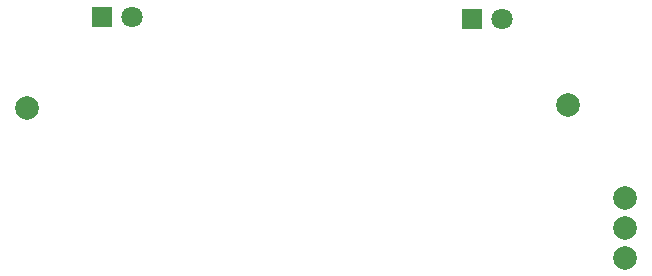
<source format=gbr>
%TF.GenerationSoftware,KiCad,Pcbnew,7.0.8*%
%TF.CreationDate,2024-07-01T13:11:13+02:00*%
%TF.ProjectId,PaperBot,50617065-7242-46f7-942e-6b696361645f,rev?*%
%TF.SameCoordinates,Original*%
%TF.FileFunction,Copper,L1,Top*%
%TF.FilePolarity,Positive*%
%FSLAX46Y46*%
G04 Gerber Fmt 4.6, Leading zero omitted, Abs format (unit mm)*
G04 Created by KiCad (PCBNEW 7.0.8) date 2024-07-01 13:11:13*
%MOMM*%
%LPD*%
G01*
G04 APERTURE LIST*
%TA.AperFunction,ComponentPad*%
%ADD10C,2.000000*%
%TD*%
%TA.AperFunction,ComponentPad*%
%ADD11R,1.800000X1.800000*%
%TD*%
%TA.AperFunction,ComponentPad*%
%ADD12C,1.800000*%
%TD*%
G04 APERTURE END LIST*
D10*
%TO.P,M+,1*%
%TO.N,Net-(D1-A)*%
X151100000Y-67250000D03*
%TD*%
%TO.P,M-,1*%
%TO.N,Net-(D1-K)*%
X105300000Y-67500000D03*
%TD*%
D11*
%TO.P,D2,1,K*%
%TO.N,Net-(D1-K)*%
X142960000Y-60000000D03*
D12*
%TO.P,D2,2,A*%
%TO.N,Net-(D1-A)*%
X145500000Y-60000000D03*
%TD*%
D11*
%TO.P,D1,1,K*%
%TO.N,Net-(D1-K)*%
X111600000Y-59800000D03*
D12*
%TO.P,D1,2,A*%
%TO.N,Net-(D1-A)*%
X114140000Y-59800000D03*
%TD*%
D10*
%TO.P,S1,1,A*%
%TO.N,Net-(S1-A-Pad1)*%
X155900000Y-80200000D03*
%TO.P,S1,2,E*%
%TO.N,Net-(D1-A)*%
X155900000Y-77660000D03*
%TO.P,S1,3,A*%
%TO.N,unconnected-(S1-A-Pad3)*%
X155900000Y-75120000D03*
%TD*%
M02*

</source>
